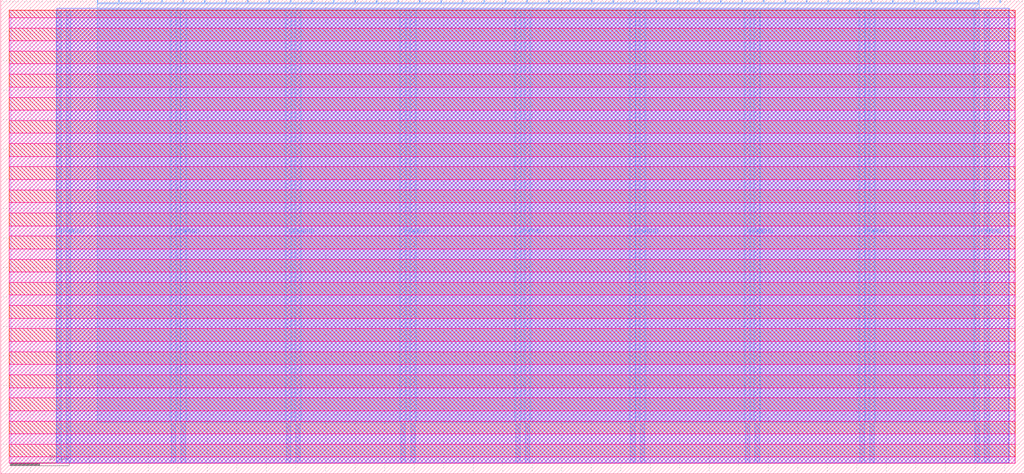
<source format=lef>
VERSION 5.7 ;
  NOWIREEXTENSIONATPIN ON ;
  DIVIDERCHAR "/" ;
  BUSBITCHARS "[]" ;
MACRO tt_um_digital_clock_example
  CLASS BLOCK ;
  FOREIGN tt_um_digital_clock_example ;
  ORIGIN 0.000 0.000 ;
  SIZE 346.640 BY 160.720 ;
  PIN VGND
    DIRECTION INOUT ;
    USE GROUND ;
    PORT
      LAYER Metal4 ;
        RECT 22.180 3.620 23.780 157.100 ;
    END
    PORT
      LAYER Metal4 ;
        RECT 61.050 3.620 62.650 157.100 ;
    END
    PORT
      LAYER Metal4 ;
        RECT 99.920 3.620 101.520 157.100 ;
    END
    PORT
      LAYER Metal4 ;
        RECT 138.790 3.620 140.390 157.100 ;
    END
    PORT
      LAYER Metal4 ;
        RECT 177.660 3.620 179.260 157.100 ;
    END
    PORT
      LAYER Metal4 ;
        RECT 216.530 3.620 218.130 157.100 ;
    END
    PORT
      LAYER Metal4 ;
        RECT 255.400 3.620 257.000 157.100 ;
    END
    PORT
      LAYER Metal4 ;
        RECT 294.270 3.620 295.870 157.100 ;
    END
    PORT
      LAYER Metal4 ;
        RECT 333.140 3.620 334.740 157.100 ;
    END
  END VGND
  PIN VPWR
    DIRECTION INOUT ;
    USE POWER ;
    PORT
      LAYER Metal4 ;
        RECT 18.880 3.620 20.480 157.100 ;
    END
    PORT
      LAYER Metal4 ;
        RECT 57.750 3.620 59.350 157.100 ;
    END
    PORT
      LAYER Metal4 ;
        RECT 96.620 3.620 98.220 157.100 ;
    END
    PORT
      LAYER Metal4 ;
        RECT 135.490 3.620 137.090 157.100 ;
    END
    PORT
      LAYER Metal4 ;
        RECT 174.360 3.620 175.960 157.100 ;
    END
    PORT
      LAYER Metal4 ;
        RECT 213.230 3.620 214.830 157.100 ;
    END
    PORT
      LAYER Metal4 ;
        RECT 252.100 3.620 253.700 157.100 ;
    END
    PORT
      LAYER Metal4 ;
        RECT 290.970 3.620 292.570 157.100 ;
    END
    PORT
      LAYER Metal4 ;
        RECT 329.840 3.620 331.440 157.100 ;
    END
  END VPWR
  PIN clk
    DIRECTION INPUT ;
    USE SIGNAL ;
    ANTENNAGATEAREA 4.738000 ;
    PORT
      LAYER Metal4 ;
        RECT 331.090 159.720 331.390 160.720 ;
    END
  END clk
  PIN ena
    DIRECTION INPUT ;
    USE SIGNAL ;
    PORT
      LAYER Metal4 ;
        RECT 338.370 159.720 338.670 160.720 ;
    END
  END ena
  PIN rst_n
    DIRECTION INPUT ;
    USE SIGNAL ;
    ANTENNAGATEAREA 0.498500 ;
    PORT
      LAYER Metal4 ;
        RECT 323.810 159.720 324.110 160.720 ;
    END
  END rst_n
  PIN ui_in[0]
    DIRECTION INPUT ;
    USE SIGNAL ;
    ANTENNAGATEAREA 0.396000 ;
    PORT
      LAYER Metal4 ;
        RECT 316.530 159.720 316.830 160.720 ;
    END
  END ui_in[0]
  PIN ui_in[1]
    DIRECTION INPUT ;
    USE SIGNAL ;
    PORT
      LAYER Metal4 ;
        RECT 309.250 159.720 309.550 160.720 ;
    END
  END ui_in[1]
  PIN ui_in[2]
    DIRECTION INPUT ;
    USE SIGNAL ;
    ANTENNAGATEAREA 0.396000 ;
    PORT
      LAYER Metal4 ;
        RECT 301.970 159.720 302.270 160.720 ;
    END
  END ui_in[2]
  PIN ui_in[3]
    DIRECTION INPUT ;
    USE SIGNAL ;
    ANTENNAGATEAREA 0.396000 ;
    PORT
      LAYER Metal4 ;
        RECT 294.690 159.720 294.990 160.720 ;
    END
  END ui_in[3]
  PIN ui_in[4]
    DIRECTION INPUT ;
    USE SIGNAL ;
    ANTENNAGATEAREA 0.396000 ;
    PORT
      LAYER Metal4 ;
        RECT 287.410 159.720 287.710 160.720 ;
    END
  END ui_in[4]
  PIN ui_in[5]
    DIRECTION INPUT ;
    USE SIGNAL ;
    ANTENNAGATEAREA 0.396000 ;
    PORT
      LAYER Metal4 ;
        RECT 280.130 159.720 280.430 160.720 ;
    END
  END ui_in[5]
  PIN ui_in[6]
    DIRECTION INPUT ;
    USE SIGNAL ;
    PORT
      LAYER Metal4 ;
        RECT 272.850 159.720 273.150 160.720 ;
    END
  END ui_in[6]
  PIN ui_in[7]
    DIRECTION INPUT ;
    USE SIGNAL ;
    PORT
      LAYER Metal4 ;
        RECT 265.570 159.720 265.870 160.720 ;
    END
  END ui_in[7]
  PIN uio_in[0]
    DIRECTION INPUT ;
    USE SIGNAL ;
    PORT
      LAYER Metal4 ;
        RECT 258.290 159.720 258.590 160.720 ;
    END
  END uio_in[0]
  PIN uio_in[1]
    DIRECTION INPUT ;
    USE SIGNAL ;
    PORT
      LAYER Metal4 ;
        RECT 251.010 159.720 251.310 160.720 ;
    END
  END uio_in[1]
  PIN uio_in[2]
    DIRECTION INPUT ;
    USE SIGNAL ;
    PORT
      LAYER Metal4 ;
        RECT 243.730 159.720 244.030 160.720 ;
    END
  END uio_in[2]
  PIN uio_in[3]
    DIRECTION INPUT ;
    USE SIGNAL ;
    PORT
      LAYER Metal4 ;
        RECT 236.450 159.720 236.750 160.720 ;
    END
  END uio_in[3]
  PIN uio_in[4]
    DIRECTION INPUT ;
    USE SIGNAL ;
    PORT
      LAYER Metal4 ;
        RECT 229.170 159.720 229.470 160.720 ;
    END
  END uio_in[4]
  PIN uio_in[5]
    DIRECTION INPUT ;
    USE SIGNAL ;
    PORT
      LAYER Metal4 ;
        RECT 221.890 159.720 222.190 160.720 ;
    END
  END uio_in[5]
  PIN uio_in[6]
    DIRECTION INPUT ;
    USE SIGNAL ;
    PORT
      LAYER Metal4 ;
        RECT 214.610 159.720 214.910 160.720 ;
    END
  END uio_in[6]
  PIN uio_in[7]
    DIRECTION INPUT ;
    USE SIGNAL ;
    PORT
      LAYER Metal4 ;
        RECT 207.330 159.720 207.630 160.720 ;
    END
  END uio_in[7]
  PIN uio_oe[0]
    DIRECTION OUTPUT ;
    USE SIGNAL ;
    ANTENNADIFFAREA 0.536800 ;
    PORT
      LAYER Metal4 ;
        RECT 83.570 159.720 83.870 160.720 ;
    END
  END uio_oe[0]
  PIN uio_oe[1]
    DIRECTION OUTPUT ;
    USE SIGNAL ;
    ANTENNADIFFAREA 0.536800 ;
    PORT
      LAYER Metal4 ;
        RECT 76.290 159.720 76.590 160.720 ;
    END
  END uio_oe[1]
  PIN uio_oe[2]
    DIRECTION OUTPUT ;
    USE SIGNAL ;
    ANTENNADIFFAREA 0.360800 ;
    PORT
      LAYER Metal4 ;
        RECT 69.010 159.720 69.310 160.720 ;
    END
  END uio_oe[2]
  PIN uio_oe[3]
    DIRECTION OUTPUT ;
    USE SIGNAL ;
    ANTENNADIFFAREA 0.536800 ;
    PORT
      LAYER Metal4 ;
        RECT 61.730 159.720 62.030 160.720 ;
    END
  END uio_oe[3]
  PIN uio_oe[4]
    DIRECTION OUTPUT ;
    USE SIGNAL ;
    ANTENNADIFFAREA 0.360800 ;
    PORT
      LAYER Metal4 ;
        RECT 54.450 159.720 54.750 160.720 ;
    END
  END uio_oe[4]
  PIN uio_oe[5]
    DIRECTION OUTPUT ;
    USE SIGNAL ;
    ANTENNADIFFAREA 0.360800 ;
    PORT
      LAYER Metal4 ;
        RECT 47.170 159.720 47.470 160.720 ;
    END
  END uio_oe[5]
  PIN uio_oe[6]
    DIRECTION OUTPUT ;
    USE SIGNAL ;
    ANTENNADIFFAREA 0.360800 ;
    PORT
      LAYER Metal4 ;
        RECT 39.890 159.720 40.190 160.720 ;
    END
  END uio_oe[6]
  PIN uio_oe[7]
    DIRECTION OUTPUT ;
    USE SIGNAL ;
    ANTENNADIFFAREA 0.360800 ;
    PORT
      LAYER Metal4 ;
        RECT 32.610 159.720 32.910 160.720 ;
    END
  END uio_oe[7]
  PIN uio_out[0]
    DIRECTION OUTPUT ;
    USE SIGNAL ;
    ANTENNADIFFAREA 1.986000 ;
    PORT
      LAYER Metal4 ;
        RECT 141.810 159.720 142.110 160.720 ;
    END
  END uio_out[0]
  PIN uio_out[1]
    DIRECTION OUTPUT ;
    USE SIGNAL ;
    ANTENNADIFFAREA 1.986000 ;
    PORT
      LAYER Metal4 ;
        RECT 134.530 159.720 134.830 160.720 ;
    END
  END uio_out[1]
  PIN uio_out[2]
    DIRECTION OUTPUT ;
    USE SIGNAL ;
    ANTENNADIFFAREA 0.360800 ;
    PORT
      LAYER Metal4 ;
        RECT 127.250 159.720 127.550 160.720 ;
    END
  END uio_out[2]
  PIN uio_out[3]
    DIRECTION OUTPUT ;
    USE SIGNAL ;
    ANTENNADIFFAREA 0.897600 ;
    PORT
      LAYER Metal4 ;
        RECT 119.970 159.720 120.270 160.720 ;
    END
  END uio_out[3]
  PIN uio_out[4]
    DIRECTION OUTPUT ;
    USE SIGNAL ;
    ANTENNADIFFAREA 0.360800 ;
    PORT
      LAYER Metal4 ;
        RECT 112.690 159.720 112.990 160.720 ;
    END
  END uio_out[4]
  PIN uio_out[5]
    DIRECTION OUTPUT ;
    USE SIGNAL ;
    ANTENNADIFFAREA 0.360800 ;
    PORT
      LAYER Metal4 ;
        RECT 105.410 159.720 105.710 160.720 ;
    END
  END uio_out[5]
  PIN uio_out[6]
    DIRECTION OUTPUT ;
    USE SIGNAL ;
    ANTENNADIFFAREA 0.360800 ;
    PORT
      LAYER Metal4 ;
        RECT 98.130 159.720 98.430 160.720 ;
    END
  END uio_out[6]
  PIN uio_out[7]
    DIRECTION OUTPUT ;
    USE SIGNAL ;
    ANTENNADIFFAREA 0.360800 ;
    PORT
      LAYER Metal4 ;
        RECT 90.850 159.720 91.150 160.720 ;
    END
  END uio_out[7]
  PIN uo_out[0]
    DIRECTION OUTPUT ;
    USE SIGNAL ;
    ANTENNADIFFAREA 0.360800 ;
    PORT
      LAYER Metal4 ;
        RECT 200.050 159.720 200.350 160.720 ;
    END
  END uo_out[0]
  PIN uo_out[1]
    DIRECTION OUTPUT ;
    USE SIGNAL ;
    ANTENNADIFFAREA 0.360800 ;
    PORT
      LAYER Metal4 ;
        RECT 192.770 159.720 193.070 160.720 ;
    END
  END uo_out[1]
  PIN uo_out[2]
    DIRECTION OUTPUT ;
    USE SIGNAL ;
    ANTENNADIFFAREA 0.360800 ;
    PORT
      LAYER Metal4 ;
        RECT 185.490 159.720 185.790 160.720 ;
    END
  END uo_out[2]
  PIN uo_out[3]
    DIRECTION OUTPUT ;
    USE SIGNAL ;
    ANTENNADIFFAREA 0.360800 ;
    PORT
      LAYER Metal4 ;
        RECT 178.210 159.720 178.510 160.720 ;
    END
  END uo_out[3]
  PIN uo_out[4]
    DIRECTION OUTPUT ;
    USE SIGNAL ;
    ANTENNADIFFAREA 0.360800 ;
    PORT
      LAYER Metal4 ;
        RECT 170.930 159.720 171.230 160.720 ;
    END
  END uo_out[4]
  PIN uo_out[5]
    DIRECTION OUTPUT ;
    USE SIGNAL ;
    ANTENNADIFFAREA 0.360800 ;
    PORT
      LAYER Metal4 ;
        RECT 163.650 159.720 163.950 160.720 ;
    END
  END uo_out[5]
  PIN uo_out[6]
    DIRECTION OUTPUT ;
    USE SIGNAL ;
    ANTENNADIFFAREA 0.360800 ;
    PORT
      LAYER Metal4 ;
        RECT 156.370 159.720 156.670 160.720 ;
    END
  END uo_out[6]
  PIN uo_out[7]
    DIRECTION OUTPUT ;
    USE SIGNAL ;
    ANTENNADIFFAREA 0.360800 ;
    PORT
      LAYER Metal4 ;
        RECT 149.090 159.720 149.390 160.720 ;
    END
  END uo_out[7]
  OBS
      LAYER Nwell ;
        RECT 2.930 154.640 343.710 157.230 ;
      LAYER Pwell ;
        RECT 2.930 151.120 343.710 154.640 ;
      LAYER Nwell ;
        RECT 2.930 146.800 343.710 151.120 ;
      LAYER Pwell ;
        RECT 2.930 143.280 343.710 146.800 ;
      LAYER Nwell ;
        RECT 2.930 138.960 343.710 143.280 ;
      LAYER Pwell ;
        RECT 2.930 135.440 343.710 138.960 ;
      LAYER Nwell ;
        RECT 2.930 131.120 343.710 135.440 ;
      LAYER Pwell ;
        RECT 2.930 127.600 343.710 131.120 ;
      LAYER Nwell ;
        RECT 2.930 123.280 343.710 127.600 ;
      LAYER Pwell ;
        RECT 2.930 119.760 343.710 123.280 ;
      LAYER Nwell ;
        RECT 2.930 115.440 343.710 119.760 ;
      LAYER Pwell ;
        RECT 2.930 111.920 343.710 115.440 ;
      LAYER Nwell ;
        RECT 2.930 107.600 343.710 111.920 ;
      LAYER Pwell ;
        RECT 2.930 104.080 343.710 107.600 ;
      LAYER Nwell ;
        RECT 2.930 99.760 343.710 104.080 ;
      LAYER Pwell ;
        RECT 2.930 96.240 343.710 99.760 ;
      LAYER Nwell ;
        RECT 2.930 91.920 343.710 96.240 ;
      LAYER Pwell ;
        RECT 2.930 88.400 343.710 91.920 ;
      LAYER Nwell ;
        RECT 2.930 84.080 343.710 88.400 ;
      LAYER Pwell ;
        RECT 2.930 80.560 343.710 84.080 ;
      LAYER Nwell ;
        RECT 2.930 76.240 343.710 80.560 ;
      LAYER Pwell ;
        RECT 2.930 72.720 343.710 76.240 ;
      LAYER Nwell ;
        RECT 2.930 68.400 343.710 72.720 ;
      LAYER Pwell ;
        RECT 2.930 64.880 343.710 68.400 ;
      LAYER Nwell ;
        RECT 2.930 60.560 343.710 64.880 ;
      LAYER Pwell ;
        RECT 2.930 57.040 343.710 60.560 ;
      LAYER Nwell ;
        RECT 2.930 52.720 343.710 57.040 ;
      LAYER Pwell ;
        RECT 2.930 49.200 343.710 52.720 ;
      LAYER Nwell ;
        RECT 2.930 44.880 343.710 49.200 ;
      LAYER Pwell ;
        RECT 2.930 41.360 343.710 44.880 ;
      LAYER Nwell ;
        RECT 2.930 37.040 343.710 41.360 ;
      LAYER Pwell ;
        RECT 2.930 33.520 343.710 37.040 ;
      LAYER Nwell ;
        RECT 2.930 29.200 343.710 33.520 ;
      LAYER Pwell ;
        RECT 2.930 25.680 343.710 29.200 ;
      LAYER Nwell ;
        RECT 2.930 21.360 343.710 25.680 ;
      LAYER Pwell ;
        RECT 2.930 17.840 343.710 21.360 ;
      LAYER Nwell ;
        RECT 2.930 13.520 343.710 17.840 ;
      LAYER Pwell ;
        RECT 2.930 10.000 343.710 13.520 ;
      LAYER Nwell ;
        RECT 2.930 5.680 343.710 10.000 ;
      LAYER Pwell ;
        RECT 2.930 3.490 343.710 5.680 ;
      LAYER Metal1 ;
        RECT 3.360 3.620 343.280 157.100 ;
      LAYER Metal2 ;
        RECT 19.020 3.730 341.460 157.830 ;
      LAYER Metal3 ;
        RECT 18.970 3.780 341.510 157.780 ;
      LAYER Metal4 ;
        RECT 33.210 159.420 39.590 159.720 ;
        RECT 40.490 159.420 46.870 159.720 ;
        RECT 47.770 159.420 54.150 159.720 ;
        RECT 55.050 159.420 61.430 159.720 ;
        RECT 62.330 159.420 68.710 159.720 ;
        RECT 69.610 159.420 75.990 159.720 ;
        RECT 76.890 159.420 83.270 159.720 ;
        RECT 84.170 159.420 90.550 159.720 ;
        RECT 91.450 159.420 97.830 159.720 ;
        RECT 98.730 159.420 105.110 159.720 ;
        RECT 106.010 159.420 112.390 159.720 ;
        RECT 113.290 159.420 119.670 159.720 ;
        RECT 120.570 159.420 126.950 159.720 ;
        RECT 127.850 159.420 134.230 159.720 ;
        RECT 135.130 159.420 141.510 159.720 ;
        RECT 142.410 159.420 148.790 159.720 ;
        RECT 149.690 159.420 156.070 159.720 ;
        RECT 156.970 159.420 163.350 159.720 ;
        RECT 164.250 159.420 170.630 159.720 ;
        RECT 171.530 159.420 177.910 159.720 ;
        RECT 178.810 159.420 185.190 159.720 ;
        RECT 186.090 159.420 192.470 159.720 ;
        RECT 193.370 159.420 199.750 159.720 ;
        RECT 200.650 159.420 207.030 159.720 ;
        RECT 207.930 159.420 214.310 159.720 ;
        RECT 215.210 159.420 221.590 159.720 ;
        RECT 222.490 159.420 228.870 159.720 ;
        RECT 229.770 159.420 236.150 159.720 ;
        RECT 237.050 159.420 243.430 159.720 ;
        RECT 244.330 159.420 250.710 159.720 ;
        RECT 251.610 159.420 257.990 159.720 ;
        RECT 258.890 159.420 265.270 159.720 ;
        RECT 266.170 159.420 272.550 159.720 ;
        RECT 273.450 159.420 279.830 159.720 ;
        RECT 280.730 159.420 287.110 159.720 ;
        RECT 288.010 159.420 294.390 159.720 ;
        RECT 295.290 159.420 301.670 159.720 ;
        RECT 302.570 159.420 308.950 159.720 ;
        RECT 309.850 159.420 316.230 159.720 ;
        RECT 317.130 159.420 323.510 159.720 ;
        RECT 324.410 159.420 330.790 159.720 ;
        RECT 32.620 157.400 331.380 159.420 ;
        RECT 32.620 17.450 57.450 157.400 ;
        RECT 59.650 17.450 60.750 157.400 ;
        RECT 62.950 17.450 96.320 157.400 ;
        RECT 98.520 17.450 99.620 157.400 ;
        RECT 101.820 17.450 135.190 157.400 ;
        RECT 137.390 17.450 138.490 157.400 ;
        RECT 140.690 17.450 174.060 157.400 ;
        RECT 176.260 17.450 177.360 157.400 ;
        RECT 179.560 17.450 212.930 157.400 ;
        RECT 215.130 17.450 216.230 157.400 ;
        RECT 218.430 17.450 251.800 157.400 ;
        RECT 254.000 17.450 255.100 157.400 ;
        RECT 257.300 17.450 290.670 157.400 ;
        RECT 292.870 17.450 293.970 157.400 ;
        RECT 296.170 17.450 329.540 157.400 ;
  END
END tt_um_digital_clock_example
END LIBRARY


</source>
